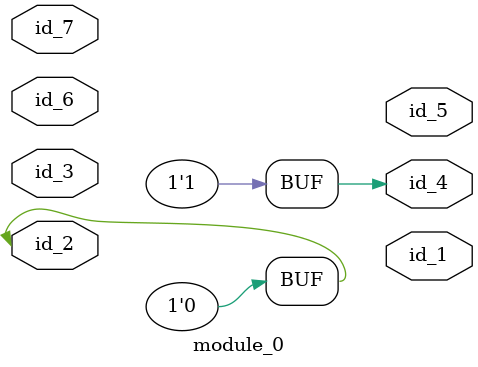
<source format=v>
module module_0 (
    id_1,
    id_2,
    id_3,
    id_4,
    id_5,
    id_6,
    id_7
);
  input id_7;
  inout id_6;
  output id_5;
  output id_4;
  inout id_3;
  inout id_2;
  output id_1;
  assign id_1[1] = 1 > 1;
  assign id_4 = 1;
  assign id_2 = 1'b0;
endmodule

</source>
